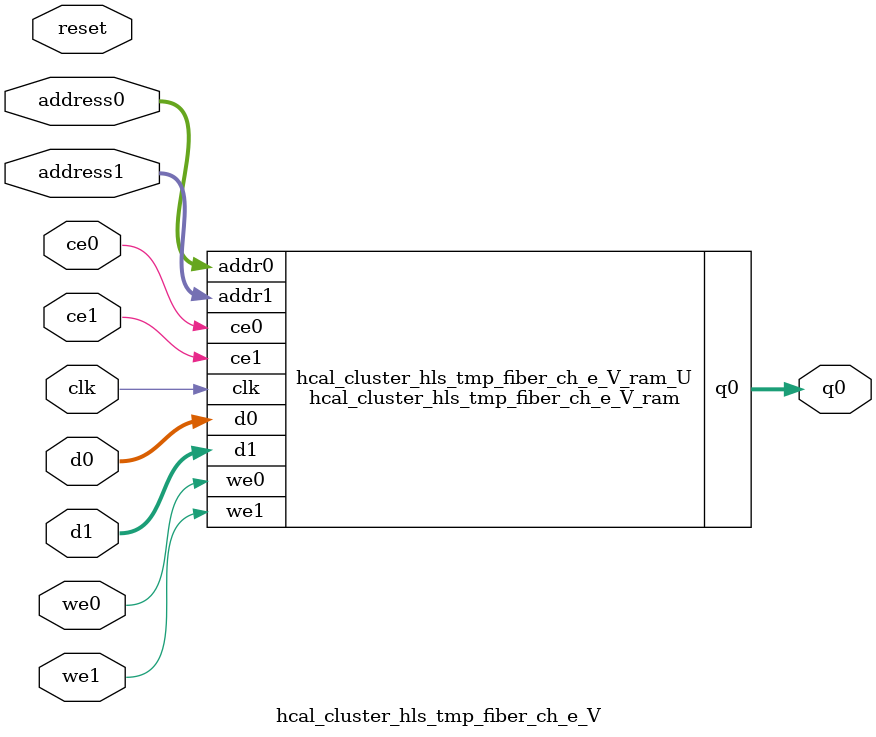
<source format=v>
`timescale 1 ns / 1 ps
module hcal_cluster_hls_tmp_fiber_ch_e_V_ram (addr0, ce0, d0, we0, q0, addr1, ce1, d1, we1,  clk);

parameter DWIDTH = 13;
parameter AWIDTH = 5;
parameter MEM_SIZE = 32;

input[AWIDTH-1:0] addr0;
input ce0;
input[DWIDTH-1:0] d0;
input we0;
output reg[DWIDTH-1:0] q0;
input[AWIDTH-1:0] addr1;
input ce1;
input[DWIDTH-1:0] d1;
input we1;
input clk;

reg [DWIDTH-1:0] ram[0:MEM_SIZE-1];




always @(posedge clk)  
begin 
    if (ce0) begin
        if (we0) 
            ram[addr0] <= d0; 
        q0 <= ram[addr0];
    end
end


always @(posedge clk)  
begin 
    if (ce1) begin
        if (we1) 
            ram[addr1] <= d1; 
    end
end


endmodule

`timescale 1 ns / 1 ps
module hcal_cluster_hls_tmp_fiber_ch_e_V(
    reset,
    clk,
    address0,
    ce0,
    we0,
    d0,
    q0,
    address1,
    ce1,
    we1,
    d1);

parameter DataWidth = 32'd13;
parameter AddressRange = 32'd32;
parameter AddressWidth = 32'd5;
input reset;
input clk;
input[AddressWidth - 1:0] address0;
input ce0;
input we0;
input[DataWidth - 1:0] d0;
output[DataWidth - 1:0] q0;
input[AddressWidth - 1:0] address1;
input ce1;
input we1;
input[DataWidth - 1:0] d1;



hcal_cluster_hls_tmp_fiber_ch_e_V_ram hcal_cluster_hls_tmp_fiber_ch_e_V_ram_U(
    .clk( clk ),
    .addr0( address0 ),
    .ce0( ce0 ),
    .we0( we0 ),
    .d0( d0 ),
    .q0( q0 ),
    .addr1( address1 ),
    .ce1( ce1 ),
    .we1( we1 ),
    .d1( d1 ));

endmodule


</source>
